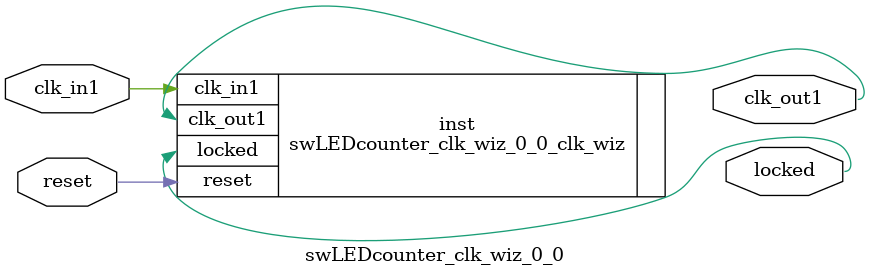
<source format=v>


`timescale 1ps/1ps

(* CORE_GENERATION_INFO = "swLEDcounter_clk_wiz_0_0,clk_wiz_v6_0_13_0_0,{component_name=swLEDcounter_clk_wiz_0_0,use_phase_alignment=true,use_min_o_jitter=false,use_max_i_jitter=false,use_dyn_phase_shift=false,use_inclk_switchover=false,use_dyn_reconfig=false,enable_axi=0,feedback_source=FDBK_AUTO,PRIMITIVE=MMCM,num_out_clk=1,clkin1_period=10.000,clkin2_period=10.000,use_power_down=false,use_reset=true,use_locked=true,use_inclk_stopped=false,feedback_type=SINGLE,CLOCK_MGR_TYPE=NA,manual_override=false}" *)

module swLEDcounter_clk_wiz_0_0 
 (
  // Clock out ports
  output        clk_out1,
  // Status and control signals
  input         reset,
  output        locked,
 // Clock in ports
  input         clk_in1
 );

  swLEDcounter_clk_wiz_0_0_clk_wiz inst
  (
  // Clock out ports  
  .clk_out1(clk_out1),
  // Status and control signals               
  .reset(reset), 
  .locked(locked),
 // Clock in ports
  .clk_in1(clk_in1)
  );

endmodule

</source>
